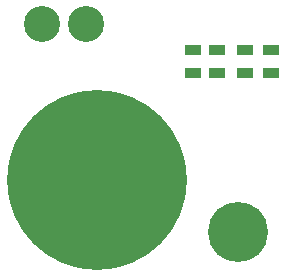
<source format=gbs>
G04 (created by PCBNEW (2013-07-07 BZR 4022)-stable) date 1/5/2014 2:00:07 AM*
%MOIN*%
G04 Gerber Fmt 3.4, Leading zero omitted, Abs format*
%FSLAX34Y34*%
G01*
G70*
G90*
G04 APERTURE LIST*
%ADD10C,0.00590551*%
%ADD11R,0.055X0.035*%
%ADD12C,0.12*%
%ADD13C,0.6*%
%ADD14C,0.2*%
G04 APERTURE END LIST*
G54D10*
G54D11*
X76200Y-41805D03*
X76200Y-42555D03*
X78780Y-41805D03*
X78780Y-42555D03*
X77920Y-41805D03*
X77920Y-42555D03*
X77000Y-41805D03*
X77000Y-42555D03*
G54D12*
X72620Y-40940D03*
X71160Y-40940D03*
G54D13*
X72980Y-46140D03*
G54D14*
X77678Y-47850D03*
M02*

</source>
